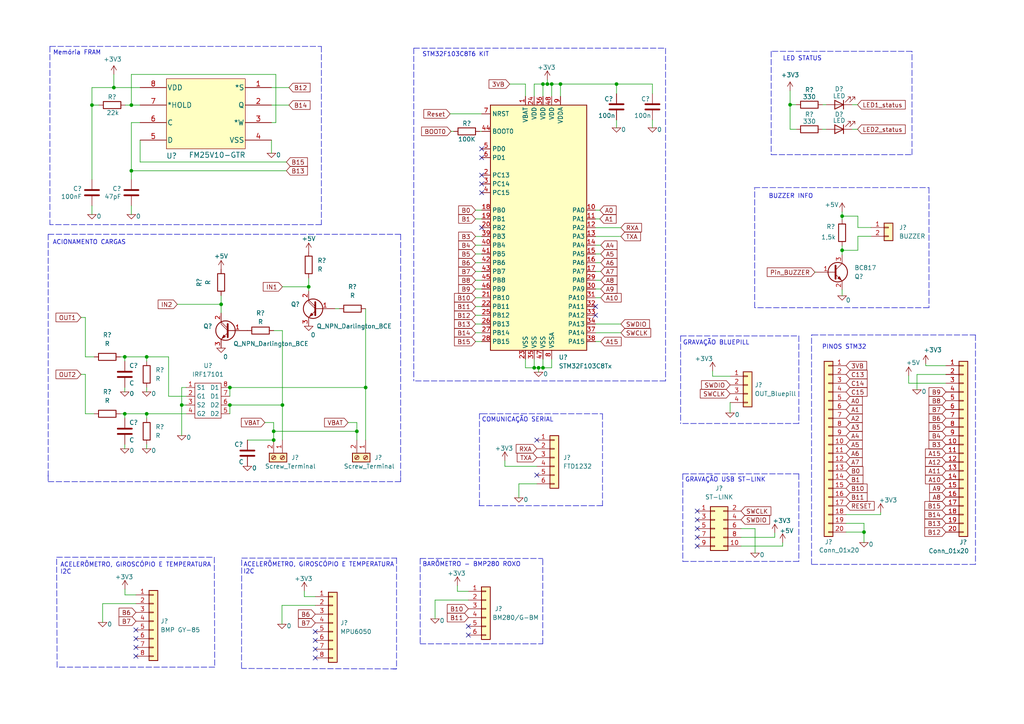
<source format=kicad_sch>
(kicad_sch (version 20211123) (generator eeschema)
  (paper "A4")
  (junction (at 157.48 24.384))
  (junction (at 178.816 24.384))
  (junction (at 157.48 106.68))
  (junction (at 79.375 127.635))
  (junction (at 36.195 120.015))
  (junction (at 66.675 117.475))
  (junction (at 160.02 24.384))
  (junction (at 38.1 49.53))
  (junction (at 33.02 25.4))
  (junction (at 66.675 112.395))
  (junction (at 162.56 24.384))
  (junction (at 42.545 103.505))
  (junction (at 103.505 125.095))
  (junction (at 81.915 117.475))
  (junction (at 154.94 106.68))
  (junction (at 52.705 117.475))
  (junction (at 79.375 125.095))
  (junction (at 26.67 30.48))
  (junction (at 36.195 103.505))
  (junction (at 106.045 112.395))
  (junction (at 38.1 30.48))
  (junction (at 42.545 120.015))
  (junction (at 229.1588 30.3784))
  (junction (at 244.2464 62.6872))
  (junction (at 156.21 106.68))
  (junction (at 64.135 88.265))
  (junction (at 250.5964 154.3304))
  (junction (at 158.75 24.384))
  (junction (at 244.2464 72.5932))
  (junction (at 89.535 83.185))
  (no_connect (at 139.7 43.18))
  (no_connect (at 139.7 45.72))
  (no_connect (at 139.7 50.8))
  (no_connect (at 139.7 53.34))
  (no_connect (at 139.7 55.88))
  (no_connect (at 155.702 137.795))
  (no_connect (at 39.4208 190.3222))
  (no_connect (at 39.4208 185.2422))
  (no_connect (at -37.1856 39.37))
  (no_connect (at 202.2348 150.7744))
  (no_connect (at 39.4208 182.7022))
  (no_connect (at 202.2348 155.8544))
  (no_connect (at 139.7 66.04))
  (no_connect (at 172.72 88.9))
  (no_connect (at 172.72 91.44))
  (no_connect (at 202.2348 158.3944))
  (no_connect (at 155.702 127.635))
  (no_connect (at 39.4208 187.7822))
  (no_connect (at 202.2348 153.3144))
  (no_connect (at 202.2348 148.2344))
  (no_connect (at 135.8392 181.6608))
  (no_connect (at 135.8392 184.2008))
  (no_connect (at 91.44 183.2102))
  (no_connect (at 91.44 190.8302))
  (no_connect (at 91.44 188.2902))
  (no_connect (at 91.44 185.7502))
  (wire (pts (xy 173.99 63.5) (xy 172.72 63.5)))
  (wire (pts (xy 250.5964 154.3304) (xy 250.5964 157.3784)))
  (wire (pts (xy 78.74 35.56) (xy 80.01 35.56)))
  (wire (pts (xy 39.4208 172.5422) (xy 36.2458 172.5422)))
  (polyline (pts (xy 231.6988 137.4394) (xy 231.6988 162.8394)))
  (wire (pts (xy 48.895 103.505) (xy 48.895 114.935)))
  (wire (pts (xy 160.02 24.384) (xy 162.56 24.384)))
  (wire (pts (xy 83.82 25.4) (xy 78.74 25.4)))
  (polyline (pts (xy 13.97 67.945) (xy 116.205 67.945)))
  (wire (pts (xy 132.6642 171.5008) (xy 132.6642 169.8498)))
  (wire (pts (xy 265.9634 108.6104) (xy 274.3454 108.6104)))
  (polyline (pts (xy 231.6988 162.8394) (xy 198.0438 162.8394)))
  (wire (pts (xy 24.765 120.015) (xy 24.765 108.585)))
  (wire (pts (xy 214.9348 155.8544) (xy 224.7138 155.8544)))
  (wire (pts (xy 137.922 99.06) (xy 139.7 99.06)))
  (wire (pts (xy 64.135 88.265) (xy 64.135 90.805)))
  (wire (pts (xy 244.2464 61.4172) (xy 244.2464 62.6872)))
  (wire (pts (xy 52.705 112.395) (xy 53.975 112.395)))
  (wire (pts (xy 236.3724 78.9432) (xy 236.6264 78.9432)))
  (wire (pts (xy 36.195 120.015) (xy 36.195 121.285)))
  (wire (pts (xy 80.01 35.56) (xy 80.01 21.59)))
  (wire (pts (xy 268.5034 105.5624) (xy 268.5034 106.0704)))
  (wire (pts (xy 146.431 135.255) (xy 146.431 133.604)))
  (wire (pts (xy 28.702 30.48) (xy 26.67 30.48)))
  (wire (pts (xy 34.925 103.505) (xy 36.195 103.505)))
  (wire (pts (xy 103.505 122.555) (xy 100.965 122.555)))
  (wire (pts (xy 40.64 46.99) (xy 40.64 40.64)))
  (wire (pts (xy 81.915 95.885) (xy 81.915 117.475)))
  (wire (pts (xy 42.545 128.905) (xy 42.545 130.175)))
  (wire (pts (xy 137.922 81.28) (xy 139.7 81.28)))
  (wire (pts (xy 248.8184 72.5932) (xy 244.2464 72.5932)))
  (polyline (pts (xy 62.2808 193.4972) (xy 16.5608 193.4972)))
  (wire (pts (xy 268.5034 106.0704) (xy 274.3454 106.0704)))
  (wire (pts (xy 38.1 62.23) (xy 38.1 59.69)))
  (wire (pts (xy 244.2464 85.8012) (xy 244.2464 84.0232)))
  (polyline (pts (xy 120.015 13.97) (xy 120.015 110.49)))
  (polyline (pts (xy 157.4292 186.7408) (xy 157.4292 161.9758)))
  (wire (pts (xy 146.431 135.255) (xy 155.702 135.255)))
  (polyline (pts (xy 235.3818 97.155) (xy 235.5342 97.155)))
  (wire (pts (xy 36.195 128.905) (xy 36.195 130.175)))
  (wire (pts (xy 247.1928 37.4904) (xy 248.7168 37.4904)))
  (polyline (pts (xy 139.065 146.685) (xy 139.065 120.015)))
  (polyline (pts (xy 193.04 13.97) (xy 193.04 110.49)))
  (wire (pts (xy 79.375 125.095) (xy 103.505 125.095)))
  (wire (pts (xy 160.02 106.68) (xy 160.02 104.14)))
  (wire (pts (xy 81.915 83.185) (xy 89.535 83.185)))
  (wire (pts (xy 66.675 117.475) (xy 66.675 120.015)))
  (wire (pts (xy 33.02 25.4) (xy 33.02 21.59)))
  (wire (pts (xy 64.135 85.725) (xy 64.135 88.265)))
  (wire (pts (xy 52.705 112.395) (xy 52.705 117.475)))
  (polyline (pts (xy 121.8692 186.7408) (xy 157.4292 186.7408)))
  (wire (pts (xy 178.816 24.384) (xy 178.816 27.178)))
  (wire (pts (xy 248.8184 68.5292) (xy 252.6284 68.5292)))
  (wire (pts (xy 245.3894 151.7904) (xy 250.5964 151.7904)))
  (wire (pts (xy 103.505 127.635) (xy 103.505 125.095)))
  (polyline (pts (xy 14.478 13.462) (xy 14.478 65.151)))
  (wire (pts (xy 137.922 93.98) (xy 139.7 93.98)))
  (polyline (pts (xy 116.205 67.945) (xy 116.205 138.43)))
  (wire (pts (xy 150.495 140.335) (xy 150.495 144.399)))
  (wire (pts (xy 206.6798 109.1184) (xy 211.7598 109.1184)))
  (wire (pts (xy 135.8392 174.0408) (xy 126.1872 174.0408)))
  (wire (pts (xy 248.8184 68.5292) (xy 248.8184 72.5932)))
  (polyline (pts (xy 114.9604 194.0052) (xy 70.0532 193.8782)))
  (wire (pts (xy 137.922 76.2) (xy 139.7 76.2)))
  (wire (pts (xy 214.9348 158.3944) (xy 226.9998 158.3944)))
  (wire (pts (xy 173.99 60.96) (xy 172.72 60.96)))
  (wire (pts (xy 23.495 92.075) (xy 24.765 92.075)))
  (wire (pts (xy 79.375 95.885) (xy 81.915 95.885)))
  (polyline (pts (xy 62.1538 161.6202) (xy 62.2808 193.4972)))
  (wire (pts (xy 83.82 30.48) (xy 78.74 30.48)))
  (wire (pts (xy 154.94 27.94) (xy 154.94 24.384)))
  (wire (pts (xy 38.1 21.59) (xy 38.1 30.48)))
  (wire (pts (xy 137.922 60.96) (xy 139.7 60.96)))
  (wire (pts (xy 36.195 103.505) (xy 36.195 104.775)))
  (wire (pts (xy 174.244 73.66) (xy 172.72 73.66)))
  (wire (pts (xy 214.9348 153.3144) (xy 218.9988 153.3144)))
  (wire (pts (xy 250.5964 154.3304) (xy 245.3894 154.3304)))
  (wire (pts (xy 147.828 24.384) (xy 152.4 24.384)))
  (wire (pts (xy 160.02 27.94) (xy 160.02 24.384)))
  (wire (pts (xy 91.44 175.5902) (xy 81.788 175.5902)))
  (polyline (pts (xy 231.6988 122.8344) (xy 197.4088 122.8344)))
  (polyline (pts (xy 139.7 120.015) (xy 174.752 120.015)))
  (wire (pts (xy 263.5504 111.1504) (xy 263.5504 108.9914)))
  (wire (pts (xy 137.922 96.52) (xy 139.7 96.52)))
  (wire (pts (xy -37.1856 31.75) (xy -46.8376 31.75)))
  (wire (pts (xy 174.244 83.82) (xy 172.72 83.82)))
  (wire (pts (xy 33.02 25.4) (xy 40.64 25.4)))
  (wire (pts (xy 137.922 71.12) (xy 139.7 71.12)))
  (wire (pts (xy 174.244 86.36) (xy 172.72 86.36)))
  (wire (pts (xy 137.922 78.74) (xy 139.7 78.74)))
  (wire (pts (xy 53.975 114.935) (xy 48.895 114.935)))
  (wire (pts (xy 172.72 68.58) (xy 180.086 68.58)))
  (wire (pts (xy 26.67 62.23) (xy 26.67 59.69)))
  (wire (pts (xy 23.495 108.585) (xy 24.765 108.585)))
  (polyline (pts (xy 197.4088 97.4344) (xy 231.6988 97.4344)))
  (wire (pts (xy 174.244 78.74) (xy 172.72 78.74)))
  (polyline (pts (xy 193.04 110.49) (xy 120.015 110.49)))
  (wire (pts (xy 174.244 81.28) (xy 172.72 81.28)))
  (polyline (pts (xy -54.2036 13.462) (xy -54.2036 46.482)))
  (wire (pts (xy 126.1872 174.0408) (xy 126.1872 179.5018)))
  (polyline (pts (xy 197.4088 97.4344) (xy 197.4088 122.8344)))
  (polyline (pts (xy 218.7448 54.4068) (xy 269.4432 54.4068)))
  (wire (pts (xy 33.02 25.4) (xy 26.67 25.4)))
  (wire (pts (xy 250.5964 151.7904) (xy 250.5964 154.3304)))
  (polyline (pts (xy 235.585 97.155) (xy 282.9306 97.155)))
  (wire (pts (xy 78.74 44.45) (xy 78.74 40.64)))
  (wire (pts (xy 79.375 127.635) (xy 71.755 127.635)))
  (wire (pts (xy 152.4 27.94) (xy 152.4 24.384)))
  (wire (pts (xy 162.56 24.384) (xy 178.816 24.384)))
  (wire (pts (xy 189.23 24.384) (xy 189.23 27.178)))
  (wire (pts (xy 52.705 117.475) (xy 53.975 117.475)))
  (wire (pts (xy 83.058 46.99) (xy 40.64 46.99)))
  (wire (pts (xy 52.705 117.475) (xy 52.705 126.365)))
  (wire (pts (xy 211.7598 116.7384) (xy 211.7598 119.7864)))
  (wire (pts (xy 238.5568 30.3784) (xy 239.5728 30.3784)))
  (wire (pts (xy 103.505 125.095) (xy 103.505 122.555)))
  (wire (pts (xy 38.1 52.07) (xy 38.1 49.53)))
  (wire (pts (xy 42.545 120.015) (xy 36.195 120.015)))
  (polyline (pts (xy 115.0112 194.0052) (xy 113.9444 194.0052)))
  (wire (pts (xy 174.244 71.12) (xy 172.72 71.12)))
  (wire (pts (xy 189.23 34.798) (xy 189.23 37.084)))
  (polyline (pts (xy 174.752 146.685) (xy 173.482 146.685)))
  (wire (pts (xy 157.48 24.384) (xy 158.75 24.384)))
  (polyline (pts (xy 70.104 162.3822) (xy 70.0532 193.8782)))
  (polyline (pts (xy 235.3818 163.703) (xy 235.3818 97.155)))
  (wire (pts (xy 263.5504 111.1504) (xy 274.3454 111.1504)))
  (polyline (pts (xy 282.9306 163.703) (xy 235.3818 163.703)))
  (wire (pts (xy 230.9368 30.3784) (xy 229.1588 30.3784)))
  (polyline (pts (xy 174.752 120.015) (xy 174.752 146.685)))
  (polyline (pts (xy 223.6724 44.8564) (xy 264.5156 44.8564)))
  (wire (pts (xy 83.058 49.53) (xy 38.1 49.53)))
  (wire (pts (xy 26.67 30.48) (xy 26.67 52.07)))
  (wire (pts (xy 88.265 173.0502) (xy 88.265 171.3992)))
  (wire (pts (xy 24.765 103.505) (xy 24.765 92.075)))
  (wire (pts (xy 137.922 83.82) (xy 139.7 83.82)))
  (wire (pts (xy 36.195 112.395) (xy 36.195 113.665)))
  (polyline (pts (xy 121.8692 161.9758) (xy 121.8692 186.7408)))
  (wire (pts (xy 178.816 24.384) (xy 189.23 24.384)))
  (wire (pts (xy 130.556 33.02) (xy 139.7 33.02)))
  (wire (pts (xy 174.244 76.2) (xy 172.72 76.2)))
  (wire (pts (xy 172.72 96.52) (xy 180.086 96.52)))
  (wire (pts (xy 38.1 35.56) (xy 40.64 35.56)))
  (wire (pts (xy 137.922 63.5) (xy 139.7 63.5)))
  (wire (pts (xy 157.48 104.14) (xy 157.48 106.68)))
  (wire (pts (xy 66.675 112.395) (xy 106.045 112.395)))
  (polyline (pts (xy -16.8656 13.462) (xy -16.8656 46.482)))
  (wire (pts (xy 229.1588 30.3784) (xy 229.1588 37.4904)))
  (wire (pts (xy 42.545 103.505) (xy 42.545 104.775)))
  (wire (pts (xy 89.535 83.185) (xy 89.535 84.455)))
  (wire (pts (xy 81.915 117.475) (xy 81.915 127.635)))
  (wire (pts (xy 156.21 106.68) (xy 156.21 107.95)))
  (polyline (pts (xy 223.6724 14.8844) (xy 223.6724 44.8564)))
  (polyline (pts (xy 115.0112 161.8488) (xy 115.0112 194.0052)))
  (wire (pts (xy 158.75 23.114) (xy 158.75 24.384)))
  (wire (pts (xy 248.8184 65.9892) (xy 248.8184 62.6872)))
  (wire (pts (xy -37.1856 29.21) (xy -40.3606 29.21)))
  (wire (pts (xy 137.922 73.66) (xy 139.7 73.66)))
  (wire (pts (xy 218.9988 153.3144) (xy 218.9988 160.4264)))
  (polyline (pts (xy 70.104 161.8742) (xy 115.062 161.8742)))
  (wire (pts (xy 39.4208 175.0822) (xy 29.7688 175.0822)))
  (polyline (pts (xy 116.205 139.7) (xy 116.205 138.43)))
  (wire (pts (xy 42.545 103.505) (xy 36.195 103.505)))
  (wire (pts (xy 244.2464 62.6872) (xy 244.2464 63.7032)))
  (polyline (pts (xy 264.5156 14.8844) (xy 223.6724 14.8844)))
  (wire (pts (xy 206.6798 107.5944) (xy 206.6798 109.1184)))
  (wire (pts (xy 26.67 25.4) (xy 26.67 30.48)))
  (polyline (pts (xy 14.478 13.462) (xy 93.218 13.462)))
  (wire (pts (xy 29.7688 175.0822) (xy 29.7688 180.5432)))
  (polyline (pts (xy 16.4338 162.1282) (xy 16.5608 193.4972)))
  (wire (pts (xy 42.545 103.505) (xy 48.895 103.505)))
  (polyline (pts (xy 120.015 13.97) (xy 193.04 13.97)))
  (wire (pts (xy 252.6284 65.9892) (xy 248.8184 65.9892)))
  (polyline (pts (xy 282.9306 97.155) (xy 282.9306 163.703)))
  (wire (pts (xy 155.702 140.335) (xy 150.495 140.335)))
  (polyline (pts (xy 174.752 146.685) (xy 138.938 146.685)))
  (wire (pts (xy 80.01 21.59) (xy 38.1 21.59)))
  (wire (pts (xy 42.545 120.015) (xy 42.545 121.285)))
  (wire (pts (xy -46.8376 31.75) (xy -46.8376 37.211)))
  (polyline (pts (xy 13.97 139.7) (xy 116.205 139.7)))
  (wire (pts (xy 154.94 24.384) (xy 157.48 24.384)))
  (wire (pts (xy 244.2464 72.5932) (xy 244.2464 73.8632)))
  (polyline (pts (xy 139.065 120.015) (xy 139.7 120.015)))
  (polyline (pts (xy 231.6988 97.4344) (xy 231.6988 122.8344)))
  (wire (pts (xy 230.9368 37.4904) (xy 229.1588 37.4904)))
  (wire (pts (xy 40.64 30.48) (xy 38.1 30.48)))
  (polyline (pts (xy 16.4338 161.6202) (xy 62.1538 161.6202)))
  (wire (pts (xy 81.788 175.5902) (xy 81.788 181.0512)))
  (polyline (pts (xy 13.97 67.945) (xy 13.97 138.176)))
  (wire (pts (xy 157.48 27.94) (xy 157.48 24.384)))
  (wire (pts (xy -40.3606 29.21) (xy -40.3606 27.559)))
  (wire (pts (xy 224.7138 155.8544) (xy 224.7138 154.5844)))
  (wire (pts (xy 27.305 120.015) (xy 24.765 120.015)))
  (wire (pts (xy 51.435 88.265) (xy 64.135 88.265)))
  (wire (pts (xy 238.5568 37.4904) (xy 239.5728 37.4904)))
  (wire (pts (xy 174.244 99.06) (xy 172.72 99.06)))
  (wire (pts (xy 178.816 34.798) (xy 178.816 37.084)))
  (wire (pts (xy 106.045 112.395) (xy 106.045 127.635)))
  (wire (pts (xy 137.922 88.9) (xy 139.7 88.9)))
  (wire (pts (xy 79.375 125.095) (xy 79.375 122.555)))
  (wire (pts (xy 157.48 106.68) (xy 160.02 106.68)))
  (wire (pts (xy 27.305 103.505) (xy 24.765 103.505)))
  (polyline (pts (xy 198.0438 137.4394) (xy 198.0438 162.8394)))
  (wire (pts (xy 53.975 120.015) (xy 42.545 120.015)))
  (wire (pts (xy 130.81 38.1) (xy 131.572 38.1)))
  (wire (pts (xy 38.1 49.53) (xy 38.1 35.56)))
  (wire (pts (xy 156.21 106.68) (xy 157.48 106.68)))
  (polyline (pts (xy 269.4432 89.2556) (xy 218.8972 89.2556)))
  (wire (pts (xy 137.922 91.44) (xy 139.7 91.44)))
  (wire (pts (xy 42.545 112.395) (xy 42.545 113.665)))
  (wire (pts (xy 91.44 173.0502) (xy 88.265 173.0502)))
  (polyline (pts (xy 121.8692 161.9758) (xy 157.4292 161.9758)))
  (wire (pts (xy 106.045 89.535) (xy 106.045 112.395)))
  (polyline (pts (xy 93.218 65.151) (xy 14.478 65.151)))
  (wire (pts (xy 89.535 80.645) (xy 89.535 83.185)))
  (wire (pts (xy 152.4 106.68) (xy 154.94 106.68)))
  (wire (pts (xy 137.922 68.58) (xy 139.7 68.58)))
  (wire (pts (xy 247.1928 30.3784) (xy 248.7168 30.3784)))
  (wire (pts (xy 34.925 120.015) (xy 36.195 120.015)))
  (wire (pts (xy 66.675 112.395) (xy 66.675 114.935)))
  (polyline (pts (xy 93.218 13.462) (xy 93.218 65.151)))
  (wire (pts (xy 66.675 117.475) (xy 81.915 117.475)))
  (wire (pts (xy 255.4224 148.6154) (xy 255.4224 149.2504)))
  (wire (pts (xy 226.9998 157.3784) (xy 226.9998 158.3944)))
  (wire (pts (xy 158.75 24.384) (xy 160.02 24.384)))
  (polyline (pts (xy 218.8972 89.2556) (xy 218.8972 54.6608)))
  (wire (pts (xy 248.8184 62.6872) (xy 244.2464 62.6872)))
  (wire (pts (xy 255.4224 149.2504) (xy 245.3894 149.2504)))
  (wire (pts (xy 172.72 93.98) (xy 180.086 93.98)))
  (polyline (pts (xy 198.0438 137.4394) (xy 231.6988 137.4394)))
  (polyline (pts (xy 264.5156 44.8564) (xy 264.5156 14.8844)))
  (polyline (pts (xy -16.8656 46.482) (xy -54.2036 46.482)))
  (wire (pts (xy 162.56 24.384) (xy 162.56 27.94)))
  (wire (pts (xy 137.922 86.36) (xy 139.7 86.36)))
  (wire (pts (xy 36.322 30.48) (xy 38.1 30.48)))
  (polyline (pts (xy 269.4432 54.4068) (xy 269.4432 89.2556)))
  (wire (pts (xy 154.94 104.14) (xy 154.94 106.68)))
  (polyline (pts (xy -54.4576 13.462) (xy -16.8656 13.462)))
  (wire (pts (xy 79.375 122.555) (xy 76.835 122.555)))
  (wire (pts (xy 97.155 89.535) (xy 98.425 89.535)))
  (wire (pts (xy 265.9634 108.6104) (xy 265.9634 113.0554)))
  (wire (pts (xy 152.4 104.14) (xy 152.4 106.68)))
  (wire (pts (xy 139.192 38.1) (xy 139.7 38.1)))
  (wire (pts (xy 244.2464 72.5932) (xy 244.2464 71.3232)))
  (wire (pts (xy 172.72 66.04) (xy 180.086 66.04)))
  (wire (pts (xy 135.8392 171.5008) (xy 132.6642 171.5008)))
  (wire (pts (xy 36.2458 172.5422) (xy 36.2458 170.8912)))
  (wire (pts (xy 229.1588 30.3784) (xy 229.1588 26.3144)))
  (wire (pts (xy 154.94 106.68) (xy 156.21 106.68)))
  (polyline (pts (xy 13.97 137.795) (xy 13.97 139.7)))
  (wire (pts (xy 79.375 127.635) (xy 79.375 125.095)))
  (text "GRAVAÇÃO BLUEPILL" (at 198.0438 100.2284 0) (effects (font (size 1.27 1.27)) (justify left bottom)))
  (text "GRAVAÇÃO USB ST-LINK" (at 198.6788 139.9794 0) (effects (font (size 1.27 1.27)) (justify left bottom)))
  (text "Memória FRAM" (at 15.3416 16.1036 0) (effects (font (size 1.27 1.27)) (justify left bottom)))
  (text "BARÔMETRO - BMP280 ROXO\n" (at 122.5042 164.5158 0) (effects (font (size 1.27 1.27)) (justify left bottom)))
  (text "MAGNETÔMETRO\nI2C\n" (at -53.1876 18.796 0) (effects (font (size 1.27 1.27)) (justify left bottom)))
  (text "ACELERÔMETRO, GIROSCÓPIO E TEMPERATURA\nI2C\n" (at 70.5612 166.624 0) (effects (font (size 1.27 1.27)) (justify left bottom)))
  (text "BUZZER INFO\n" (at 222.9104 57.7342 0) (effects (font (size 1.27 1.27)) (justify left bottom)))
  (text "COMUNICAÇÃO SERIAL\n" (at 139.7 122.555 0) (effects (font (size 1.27 1.27)) (justify left bottom)))
  (text "PINOS STM32" (at 238.379 101.473 0) (effects (font (size 1.27 1.27)) (justify left bottom)))
  (text "STM32F103C8T6 KIT\n" (at 122.4534 16.6116 0) (effects (font (size 1.27 1.27)) (justify left bottom)))
  (text "ACIONAMENTO CARGAS\n" (at 15.24 71.12 0) (effects (font (size 1.27 1.27)) (justify left bottom)))
  (text "LED STATUS" (at 226.9998 17.8054 0) (effects (font (size 1.27 1.27)) (justify left bottom)))
  (text "ACELERÔMETRO, GIROSCÓPIO E TEMPERATURA\nI2C\n" (at 17.4498 166.7002 0) (effects (font (size 1.27 1.27)) (justify left bottom)))
  (global_label "A5" (shape input) (at 245.3894 128.9304 0) (property "Intersheet References" "${INTERSHEET_REFS}" (effects hide)))
  (global_label "VBAT" (shape input) (at 100.965 122.555 180) (property "Intersheet References" "${INTERSHEET_REFS}" (effects hide)))
  (global_label "B13" (shape input) (at 137.922 93.98 180) (property "Intersheet References" "${INTERSHEET_REFS}" (effects hide)))
  (global_label "B4" (shape input) (at 137.922 71.12 180) (property "Intersheet References" "${INTERSHEET_REFS}" (effects hide)))
  (global_label "B9" (shape input) (at 274.3454 113.6904 180) (property "Intersheet References" "${INTERSHEET_REFS}" (effects hide)))
  (global_label "A6" (shape input) (at 174.244 76.2 0) (property "Intersheet References" "${INTERSHEET_REFS}" (effects hide)))
  (global_label "VBAT" (shape input) (at 76.835 122.555 180) (property "Intersheet References" "${INTERSHEET_REFS}" (effects hide)))
  (global_label "A9" (shape input) (at 274.3454 141.6304 180) (property "Intersheet References" "${INTERSHEET_REFS}" (effects hide)))
  (global_label "SWCLK" (shape input) (at 211.7598 114.1984 180) (property "Intersheet References" "${INTERSHEET_REFS}" (effects hide)))
  (global_label "Reset" (shape input) (at 130.556 33.02 180) (property "Intersheet References" "${INTERSHEET_REFS}" (effects hide)))
  (global_label "B15" (shape input) (at 137.922 99.06 180) (property "Intersheet References" "${INTERSHEET_REFS}" (effects hide)))
  (global_label "RESET" (shape input) (at 245.3894 146.7104 0) (property "Intersheet References" "${INTERSHEET_REFS}" (effects hide)))
  (global_label "A11" (shape input) (at 274.3454 136.5504 180) (property "Intersheet References" "${INTERSHEET_REFS}" (effects hide)))
  (global_label "B1" (shape input) (at 245.3894 139.0904 0) (property "Intersheet References" "${INTERSHEET_REFS}" (effects hide)))
  (global_label "A2" (shape input) (at 245.3894 121.3104 0) (property "Intersheet References" "${INTERSHEET_REFS}" (effects hide)))
  (global_label "TXA" (shape input) (at 180.086 68.58 0) (property "Intersheet References" "${INTERSHEET_REFS}" (effects hide)))
  (global_label "A6" (shape input) (at 245.3894 131.4704 0) (property "Intersheet References" "${INTERSHEET_REFS}" (effects hide)))
  (global_label "A12" (shape input) (at 274.3454 134.0104 180) (property "Intersheet References" "${INTERSHEET_REFS}" (effects hide)))
  (global_label "B10" (shape input) (at 137.922 86.36 180) (property "Intersheet References" "${INTERSHEET_REFS}" (effects hide)))
  (global_label "A1" (shape input) (at 173.99 63.5 0) (property "Intersheet References" "${INTERSHEET_REFS}" (effects hide)))
  (global_label "B3" (shape input) (at 274.3454 128.9304 180) (property "Intersheet References" "${INTERSHEET_REFS}" (effects hide)))
  (global_label "B12" (shape input) (at 274.3454 154.3304 180) (property "Intersheet References" "${INTERSHEET_REFS}" (effects hide)))
  (global_label "B13" (shape input) (at 274.3454 151.7904 180) (property "Intersheet References" "${INTERSHEET_REFS}" (effects hide)))
  (global_label "B6" (shape input) (at 137.922 76.2 180) (property "Intersheet References" "${INTERSHEET_REFS}" (effects hide)))
  (global_label "SWCLK" (shape input) (at 214.9348 148.2344 0) (property "Intersheet References" "${INTERSHEET_REFS}" (effects hide)))
  (global_label "A4" (shape input) (at 245.3894 126.3904 0) (property "Intersheet References" "${INTERSHEET_REFS}" (effects hide)))
  (global_label "A15" (shape input) (at 274.3454 131.4704 180) (property "Intersheet References" "${INTERSHEET_REFS}" (effects hide)))
  (global_label "SWDIO" (shape input) (at 180.086 93.98 0) (property "Intersheet References" "${INTERSHEET_REFS}" (effects hide)))
  (global_label "B4" (shape input) (at 274.3454 126.3904 180) (property "Intersheet References" "${INTERSHEET_REFS}" (effects hide)))
  (global_label "A4" (shape input) (at 174.244 71.12 0) (property "Intersheet References" "${INTERSHEET_REFS}" (effects hide)))
  (global_label "3VB" (shape input) (at 147.828 24.384 180) (property "Intersheet References" "${INTERSHEET_REFS}" (effects hide)))
  (global_label "A8" (shape input) (at 174.244 81.28 0) (property "Intersheet References" "${INTERSHEET_REFS}" (effects hide)))
  (global_label "B6" (shape input) (at 91.44 178.1302 180) (property "Intersheet References" "${INTERSHEET_REFS}" (effects hide)))
  (global_label "B6" (shape input) (at 39.4208 177.6222 180) (property "Intersheet References" "${INTERSHEET_REFS}" (effects hide)))
  (global_label "RXA" (shape input) (at 155.702 130.175 180) (property "Intersheet References" "${INTERSHEET_REFS}" (effects hide)))
  (global_label "A8" (shape input) (at 274.3454 144.1704 180) (property "Intersheet References" "${INTERSHEET_REFS}" (effects hide)))
  (global_label "A10" (shape input) (at 274.3454 139.0904 180) (property "Intersheet References" "${INTERSHEET_REFS}" (effects hide)))
  (global_label "B0" (shape input) (at 245.3894 136.5504 0) (property "Intersheet References" "${INTERSHEET_REFS}" (effects hide)))
  (global_label "B6" (shape input) (at -37.1856 34.29 180) (property "Intersheet References" "${INTERSHEET_REFS}" (effects hide)))
  (global_label "B13" (shape input) (at 83.058 49.53 0) (property "Intersheet References" "${INTERSHEET_REFS}" (effects hide)))
  (global_label "BOOT0" (shape input) (at 130.81 38.1 180) (property "Intersheet References" "${INTERSHEET_REFS}" (effects hide)))
  (global_label "B10" (shape input) (at 135.8392 176.5808 180) (property "Intersheet References" "${INTERSHEET_REFS}" (effects hide)))
  (global_label "B7" (shape input) (at 91.44 180.6702 180) (property "Intersheet References" "${INTERSHEET_REFS}" (effects hide)))
  (global_label "Pin_BUZZER" (shape input) (at 236.3724 78.9432 180) (property "Intersheet References" "${INTERSHEET_REFS}" (effects hide)))
  (global_label "B7" (shape input) (at 274.3454 118.7704 180) (property "Intersheet References" "${INTERSHEET_REFS}" (effects hide)))
  (global_label "LED2_status" (shape input) (at 248.7168 37.4904 0) (property "Intersheet References" "${INTERSHEET_REFS}" (effects hide)))
  (global_label "A0" (shape input) (at 173.99 60.96 0) (property "Intersheet References" "${INTERSHEET_REFS}" (effects hide)))
  (global_label "B8" (shape input) (at 274.3454 116.2304 180) (property "Intersheet References" "${INTERSHEET_REFS}" (effects hide)))
  (global_label "B10" (shape input) (at 245.3894 141.6304 0) (property "Intersheet References" "${INTERSHEET_REFS}" (effects hide)))
  (global_label "B7" (shape input) (at 39.4208 180.1622 180) (property "Intersheet References" "${INTERSHEET_REFS}" (effects hide)))
  (global_label "OUT1" (shape input) (at 23.495 92.075 180) (property "Intersheet References" "${INTERSHEET_REFS}" (effects hide)))
  (global_label "B1" (shape input) (at 137.922 63.5 180) (property "Intersheet References" "${INTERSHEET_REFS}" (effects hide)))
  (global_label "B0" (shape input) (at 137.922 60.96 180) (property "Intersheet References" "${INTERSHEET_REFS}" (effects hide)))
  (global_label "B6" (shape input) (at 274.3454 121.3104 180) (property "Intersheet References" "${INTERSHEET_REFS}" (effects hide)))
  (global_label "SWDIO" (shape input) (at 214.9348 150.7744 0) (property "Intersheet References" "${INTERSHEET_REFS}" (effects hide)))
  (global_label "B15" (shape input) (at 83.058 46.99 0) (property "Intersheet References" "${INTERSHEET_REFS}" (effects hide)))
  (global_label "3VB" (shape input) (at 245.3894 106.0704 0) (property "Intersheet References" "${INTERSHEET_REFS}" (effects hide)))
  (global_label "B11" (shape input) (at 135.8392 179.1208 180) (property "Intersheet References" "${INTERSHEET_REFS}" (effects hide)))
  (global_label "IN1" (shape input) (at 81.915 83.185 180) (property "Intersheet References" "${INTERSHEET_REFS}" (effects hide)))
  (global_label "A5" (shape input) (at 174.244 73.66 0) (property "Intersheet References" "${INTERSHEET_REFS}" (effects hide)))
  (global_label "A10" (shape input) (at 174.244 86.36 0) (property "Intersheet References" "${INTERSHEET_REFS}" (effects hide)))
  (global_label "C13" (shape input) (at 245.3894 108.6104 0) (property "Intersheet References" "${INTERSHEET_REFS}" (effects hide)))
  (global_label "OUT2" (shape input) (at 23.495 108.585 180) (property "Intersheet References" "${INTERSHEET_REFS}" (effects hide)))
  (global_label "SWDIO" (shape input) (at 211.7598 111.6584 180) (property "Intersheet References" "${INTERSHEET_REFS}" (effects hide)))
  (global_label "A0" (shape input) (at 245.3894 116.2304 0) (property "Intersheet References" "${INTERSHEET_REFS}" (effects hide)))
  (global_label "A9" (shape input) (at 174.244 83.82 0) (property "Intersheet References" "${INTERSHEET_REFS}" (effects hide)))
  (global_label "C15" (shape input) (at 245.3894 113.6904 0) (property "Intersheet References" "${INTERSHEET_REFS}" (effects hide)))
  (global_label "A3" (shape input) (at 245.3894 123.8504 0) (property "Intersheet References" "${INTERSHEET_REFS}" (effects hide)))
  (global_label "B7" (shape input) (at 137.922 78.74 180) (property "Intersheet References" "${INTERSHEET_REFS}" (effects hide)))
  (global_label "TXA" (shape input) (at 155.702 132.715 180) (property "Intersheet References" "${INTERSHEET_REFS}" (effects hide)))
  (global_label "A7" (shape input) (at 245.3894 134.0104 0) (property "Intersheet References" "${INTERSHEET_REFS}" (effects hide)))
  (global_label "B12" (shape input) (at 83.82 25.4 0) (property "Intersheet References" "${INTERSHEET_REFS}" (effects hide)))
  (global_label "LED1_status" (shape input) (at 248.7168 30.3784 0) (property "Intersheet References" "${INTERSHEET_REFS}" (effects hide)))
  (global_label "C14" (shape input) (at 245.3894 111.1504 0) (property "Intersheet References" "${INTERSHEET_REFS}" (effects hide)))
  (global_label "RXA" (shape input) (at 180.086 66.04 0) (property "Intersheet References" "${INTERSHEET_REFS}" (effects hide)))
  (global_label "B5" (shape input) (at 137.922 73.66 180) (property "Intersheet References" "${INTERSHEET_REFS}" (effects hide)))
  (global_label "A15" (shape input) (at 174.244 99.06 0) (property "Intersheet References" "${INTERSHEET_REFS}" (effects hide)))
  (global_label "IN2" (shape input) (at 51.435 88.265 180) (property "Intersheet References" "${INTERSHEET_REFS}" (effects hide)))
  (global_label "B11" (shape input) (at 245.3894 144.1704 0) (property "Intersheet References" "${INTERSHEET_REFS}" (effects hide)))
  (global_label "A7" (shape input) (at 174.244 78.74 0) (property "Intersheet References" "${INTERSHEET_REFS}" (effects hide)))
  (global_label "B8" (shape input) (at 137.922 81.28 180) (property "Intersheet References" "${INTERSHEET_REFS}" (effects hide)))
  (global_label "B7" (shape input) (at -37.1856 36.83 180) (property "Intersheet References" "${INTERSHEET_REFS}" (effects hide)))
  (global_label "B15" (shape input) (at 274.3454 146.7104 180) (property "Intersheet References" "${INTERSHEET_REFS}" (effects hide)))
  (global_label "B11" (shape input) (at 137.922 88.9 180) (property "Intersheet References" "${INTERSHEET_REFS}" (effects hide)))
  (global_label "B3" (shape input) (at 137.922 68.58 180) (property "Intersheet References" "${INTERSHEET_REFS}" (effects hide)))
  (global_label "SWCLK" (shape input) (at 180.086 96.52 0) (property "Intersheet References" "${INTERSHEET_REFS}" (effects hide)))
  (global_label "B9" (shape input) (at 137.922 83.82 180) (property "Intersheet References" "${INTERSHEET_REFS}" (effects hide)))
  (global_label "B14" (shape input) (at 83.82 30.48 0) (property "Intersheet References" "${INTERSHEET_REFS}" (effects hide)))
  (global_label "B14" (shape input) (at 137.922 96.52 180) (property "Intersheet References" "${INTERSHEET_REFS}" (effects hide)))
  (global_label "B14" (shape input) (at 274.3454 149.2504 180) (property "Intersheet References" "${INTERSHEET_REFS}" (effects hide)))
  (global_label "A1" (shape input) (at 245.3894 118.7704 0) (property "Intersheet References" "${INTERSHEET_REFS}" (effects hide)))
  (global_label "B12" (shape input) (at 137.922 91.44 180) (property "Intersheet References" "${INTERSHEET_REFS}" (effects hide)))
  (global_label "B5" (shape input) (at 274.3454 123.8504 180) (property "Intersheet References" "${INTERSHEET_REFS}" (effects hide)))
  (symbol (lib_id "pspice:0") (at 78.74 44.45 0) (unit 1)
    (property "Reference" "#GND?" (effects hide))
    (property "Value" "0" (at 80.772 44.958 0))
  )
  (symbol (lib_id "Device:R") (at 75.565 95.885 90) (unit 1)
    (property "Reference" "R?" (at 75.565 90.805 90))
    (property "Value" "R" (at 75.565 93.345 90))
  )
  (symbol (lib_id "power:+3.3V") (at 146.431 133.604 0) (unit 1)
    (property "Reference" "#PWR?" (effects hide))
    (property "Value" "+3.3V" (at 146.177 130.048 0))
  )
  (symbol (lib_id "power:+5V") (at 64.135 78.105 0) (unit 1)
    (property "Reference" "#PWR?" (effects hide))
    (property "Value" "+5V" (at 64.135 74.295 0))
  )
  (symbol (lib_id "power:+3.3V") (at 268.5034 105.5624 0) (unit 1)
    (property "Reference" "#PWR?" (effects hide))
    (property "Value" "+3.3V" (at 270.5354 101.4984 0))
  )
  (symbol (lib_id "power:+3.3V") (at -40.3606 27.559 0) (unit 1)
    (property "Reference" "#PWR?" (effects hide))
    (property "Value" "+3.3V" (at -40.6146 24.003 0))
  )
  (symbol (lib_id "Device:R") (at 102.235 89.535 90) (unit 1)
    (property "Reference" "R?" (at 102.235 83.185 90))
    (property "Value" "R" (at 102.235 85.725 90))
  )
  (symbol (lib_id "pspice:0") (at 89.535 94.615 0) (unit 1)
    (property "Reference" "#GND?" (effects hide))
    (property "Value" "0" (at 90.805 97.155 0))
  )
  (symbol (lib_id "pspice:0") (at 150.495 144.399 0) (unit 1)
    (property "Reference" "#GND?" (effects hide))
    (property "Value" "0" (at 152.527 144.907 0))
  )
  (symbol (lib_id "Device:C") (at 26.67 55.88 0) (mirror y) (unit 1)
    (property "Reference" "C?" (at 23.749 54.7116 0) (effects (justify left)))
    (property "Value" "100nF" (at 23.749 57.023 0) (effects (justify left)))
    (property "Footprint" "Capacitor_SMD:C_0603_1608Metric_Pad1.08x0.95mm_HandSolder" (effects hide))
  )
  (symbol (lib_id "Device:R") (at 32.512 30.48 90) (mirror x) (unit 1)
    (property "Reference" "R?" (at 32.512 28.1432 90))
    (property "Value" "22k" (at 32.7152 32.7152 90))
    (property "Footprint" "Resistor_SMD:R_0603_1608Metric_Pad0.98x0.95mm_HandSolder" (effects hide))
  )
  (symbol (lib_id "power:+5V") (at 89.535 73.025 0) (unit 1)
    (property "Reference" "#PWR?" (effects hide))
    (property "Value" "+5V" (at 89.535 69.215 0))
  )
  (symbol (lib_id "HLI-M-rescue:FM25V10-GTR-2021-05-23_22-45-04") (at 59.69 33.02 0) (mirror y) (unit 1)
    (property "Reference" "U?" (at 49.784 45.212 0) (effects (font (size 1.524 1.524))))
    (property "Value" "FM25V10-GTR" (at 62.992 44.958 0) (effects (font (size 1.524 1.524))))
    (property "Footprint" "4:FM25V10-GTR" (effects hide))
  )
  (symbol (lib_id "Connector_Generic:Conn_01x05") (at -32.1056 34.29 0) (unit 1)
    (property "Reference" "J?" (at -29.9466 33.0199 0) (effects (justify left)))
    (property "Value" "HMC5883L" (at -29.9466 35.5599 0) (effects (justify left)))
  )
  (symbol (lib_id "power:+3.3V") (at 88.265 171.3992 0) (unit 1)
    (property "Reference" "#PWR?" (effects hide))
    (property "Value" "+3.3V" (at 88.011 167.8432 0))
  )
  (symbol (lib_id "Device:C") (at 36.195 125.095 0) (unit 1)
    (property "Reference" "C?" (at 37.465 122.555 0) (effects (justify left)))
    (property "Value" "C" (at 37.465 127.635 0) (effects (justify left)))
  )
  (symbol (lib_id "pspice:0") (at -46.8376 37.211 0) (unit 1)
    (property "Reference" "#GND?" (effects hide))
    (property "Value" "0" (at -44.8056 37.719 0))
  )
  (symbol (lib_id "pspice:0") (at 250.5964 157.3784 0) (unit 1)
    (property "Reference" "#GND?" (effects hide))
    (property "Value" "0" (at 252.6284 157.8864 0))
  )
  (symbol (lib_id "Connector_Generic:Conn_01x02") (at 257.7084 65.9892 0) (unit 1)
    (property "Reference" "J?" (at 260.7564 65.9891 0) (effects (justify left)))
    (property "Value" "BUZZER" (at 260.7564 68.5291 0) (effects (justify left)))
  )
  (symbol (lib_id "Device:R") (at 135.382 38.1 90) (unit 1)
    (property "Reference" "R?" (at 135.382 35.814 90))
    (property "Value" "100K" (at 135.382 40.386 90))
  )
  (symbol (lib_id "Device:C") (at 71.755 131.445 0) (unit 1)
    (property "Reference" "C?" (at 67.945 128.905 0) (effects (justify left)))
    (property "Value" "C" (at 69.215 133.985 0) (effects (justify left)))
  )
  (symbol (lib_id "power:+3.3V") (at 132.6642 169.8498 0) (unit 1)
    (property "Reference" "#PWR?" (effects hide))
    (property "Value" "+3.3V" (at 132.4102 166.2938 0))
  )
  (symbol (lib_id "Device:R") (at 31.115 120.015 90) (unit 1)
    (property "Reference" "R?" (at 31.115 113.665 90))
    (property "Value" "R" (at 31.115 116.205 90))
  )
  (symbol (lib_id "Connector_Generic:Conn_01x06") (at 160.782 132.715 0) (unit 1)
    (property "Reference" "J?" (at 163.322 132.7149 0) (effects (justify left)))
    (property "Value" "FTD1232" (at 163.322 135.2549 0) (effects (justify left)))
  )
  (symbol (lib_id "Device:C") (at 189.23 30.988 0) (unit 1)
    (property "Reference" "C?" (at 185.928 28.702 0) (effects (justify left)))
    (property "Value" "100n" (at 183.896 33.528 0) (effects (justify left)))
  )
  (symbol (lib_id "pspice:0") (at 64.135 100.965 0) (unit 1)
    (property "Reference" "#GND?" (effects hide))
    (property "Value" "0" (at 65.405 103.505 0))
  )
  (symbol (lib_id "pspice:0") (at 211.7598 119.7864 0) (unit 1)
    (property "Reference" "#GND?" (effects hide))
    (property "Value" "0" (at 213.7918 120.2944 0))
  )
  (symbol (lib_id "pspice:0") (at 42.545 130.175 0) (unit 1)
    (property "Reference" "#GND?" (effects hide))
    (property "Value" "0" (at 44.577 130.683 0))
  )
  (symbol (lib_id "power:+3.3V") (at 36.2458 170.8912 0) (unit 1)
    (property "Reference" "#PWR?" (effects hide))
    (property "Value" "+3.3V" (at 35.9918 167.3352 0))
  )
  (symbol (lib_id "Device:R") (at 234.7468 37.4904 90) (unit 1)
    (property "Reference" "R?" (at 234.7468 33.1724 90))
    (property "Value" "330" (at 234.7468 35.2044 90))
  )
  (symbol (lib_id "pspice:0") (at 218.9988 160.4264 0) (unit 1)
    (property "Reference" "#GND?" (effects hide))
    (property "Value" "0" (at 221.0308 160.9344 0))
  )
  (symbol (lib_id "power:+5V") (at 226.9998 157.3784 0) (unit 1)
    (property "Reference" "#PWR?" (effects hide))
    (property "Value" "+5V" (at 226.1108 153.9494 0) (effects (justify left)))
  )
  (symbol (lib_id "pspice:0") (at 71.755 135.255 0) (unit 1)
    (property "Reference" "#GND?" (effects hide))
    (property "Value" "0" (at 73.787 135.763 0))
  )
  (symbol (lib_id "Connector_Generic:Conn_02x05_Odd_Even") (at 207.3148 153.3144 0) (unit 1)
    (property "Reference" "J?" (at 208.5848 141.6304 0))
    (property "Value" "ST-LINK" (at 208.5848 144.1704 0))
  )
  (symbol (lib_id "Connector:Screw_Terminal_01x02") (at 106.045 132.715 270) (unit 1)
    (property "Reference" "J?" (at 108.585 132.715 90) (effects (justify left)))
    (property "Value" "Screw_Terminal" (at 99.695 135.255 90) (effects (justify left)))
  )
  (symbol (lib_id "MCU_ST_STM32F1:STM32F103C8Tx") (at 157.48 66.04 0) (unit 1)
    (property "Reference" "U?" (at 162.0394 103.632 0) (effects (justify left)))
    (property "Value" "STM32F103C8Tx" (at 162.0394 106.172 0) (effects (justify left)))
    (property "Footprint" "Package_QFP:LQFP-48_7x7mm_P0.5mm" (effects hide))
    (property "Datasheet" "http://www.st.com/st-web-ui/static/active/en/resource/technical/document/datasheet/CD00161566.pdf" (effects hide))
  )
  (symbol (lib_id "Device:R") (at 89.535 76.835 180) (unit 1)
    (property "Reference" "R?" (at 92.075 75.5649 0) (effects (justify right)))
    (property "Value" "R" (at 92.075 78.1049 0) (effects (justify right)))
  )
  (symbol (lib_id "Connector_Generic:Conn_01x08") (at 44.5008 180.1622 0) (unit 1)
    (property "Reference" "J?" (at 46.5328 180.1621 0) (effects (justify left)))
    (property "Value" "BMP GY-85" (at 46.5328 182.7021 0) (effects (justify left)))
  )
  (symbol (lib_id "pspice:0") (at 42.545 113.665 0) (unit 1)
    (property "Reference" "#GND?" (effects hide))
    (property "Value" "0" (at 44.577 114.173 0))
  )
  (symbol (lib_id "power:+3.3V") (at 224.7138 154.5844 0) (unit 1)
    (property "Reference" "#PWR?" (effects hide))
    (property "Value" "+3.3V" (at 226.7458 151.0284 0))
  )
  (symbol (lib_id "Device:Q_NPN_Darlington_BCE") (at 66.675 95.885 0) (mirror y) (unit 1)
    (property "Reference" "Q?" (at 61.595 94.6149 0) (effects (justify left)))
    (property "Value" "Q_NPN_Darlington_BCE" (at 89.535 99.695 0) (effects (justify left)))
  )
  (symbol (lib_id "Connector_Generic:Conn_01x08") (at 96.52 180.6702 0) (unit 1)
    (property "Reference" "J?" (at 98.679 180.6701 0) (effects (justify left)))
    (property "Value" "MPU6050" (at 98.679 183.2101 0) (effects (justify left)))
  )
  (symbol (lib_id "pspice:0") (at 36.195 113.665 0) (unit 1)
    (property "Reference" "#GND?" (effects hide))
    (property "Value" "0" (at 38.227 114.173 0))
  )
  (symbol (lib_id "Connector_Generic:Conn_01x20") (at 279.4254 128.9304 0) (unit 1)
    (property "Reference" "J?" (at 278.2316 157.2514 0) (effects (justify left)))
    (property "Value" "Conn_01x20" (at 269.2908 159.7914 0) (effects (justify left)))
  )
  (symbol (lib_id "IRF:IRF17101") (at 60.325 116.205 0) (unit 1)
    (property "Reference" "U?" (at 60.325 106.045 0))
    (property "Value" "IRF17101" (at 60.325 108.585 0))
  )
  (symbol (lib_id "Device:R") (at 244.2464 67.5132 180) (unit 1)
    (property "Reference" "R?" (at 239.6744 65.7352 0) (effects (justify right)))
    (property "Value" "1,5k" (at 238.1504 68.7832 0) (effects (justify right)))
  )
  (symbol (lib_id "Device:C") (at 36.195 108.585 0) (unit 1)
    (property "Reference" "C?" (at 37.465 106.045 0) (effects (justify left)))
    (property "Value" "C" (at 37.465 111.125 0) (effects (justify left)))
  )
  (symbol (lib_id "power:+5V") (at 244.2464 61.4172 0) (unit 1)
    (property "Reference" "#PWR?" (effects hide))
    (property "Value" "+5V" (at 239.1664 59.3852 0) (effects (justify left)))
  )
  (symbol (lib_id "Connector:Screw_Terminal_01x02") (at 81.915 132.715 270) (unit 1)
    (property "Reference" "J?" (at 84.455 132.715 90) (effects (justify left)))
    (property "Value" "Screw_Terminal" (at 76.835 135.255 90) (effects (justify left)))
  )
  (symbol (lib_id "pspice:0") (at 244.2464 85.8012 0) (unit 1)
    (property "Reference" "#GND?" (effects hide))
    (property "Value" "0" (at 246.0244 87.0712 0))
  )
  (symbol (lib_id "Device:R") (at 42.545 125.095 0) (unit 1)
    (property "Reference" "R?" (at 45.085 123.8249 0) (effects (justify left)))
    (property "Value" "R" (at 45.085 126.3649 0) (effects (justify left)))
  )
  (symbol (lib_id "pspice:0") (at 26.67 62.23 0) (unit 1)
    (property "Reference" "#GND?" (effects hide))
    (property "Value" "0" (at 28.702 62.738 0))
  )
  (symbol (lib_id "Device:R") (at 64.135 81.915 0) (unit 1)
    (property "Reference" "R?" (at 57.785 81.915 90))
    (property "Value" "R" (at 60.325 81.915 90))
  )
  (symbol (lib_id "Transistor_BJT:BC817") (at 241.7064 78.9432 0) (unit 1)
    (property "Reference" "Q?" (at 247.8024 80.2133 0) (effects (justify left)))
    (property "Value" "BC817" (at 247.8024 77.6733 0) (effects (justify left)))
    (property "Footprint" "Package_TO_SOT_SMD:SOT-23" (effects hide))
    (property "Datasheet" "https://www.onsemi.com/pub/Collateral/BC818-D.pdf" (effects hide))
  )
  (symbol (lib_id "Device:C") (at 38.1 55.88 0) (mirror y) (unit 1)
    (property "Reference" "C?" (at 35.179 54.7116 0) (effects (justify left)))
    (property "Value" "47pF" (at 35.179 57.023 0) (effects (justify left)))
    (property "Footprint" "Capacitor_SMD:C_0603_1608Metric_Pad1.08x0.95mm_HandSolder" (effects hide))
  )
  (symbol (lib_id "pspice:0") (at 36.195 130.175 0) (unit 1)
    (property "Reference" "#GND?" (effects hide))
    (property "Value" "0" (at 38.227 130.683 0))
  )
  (symbol (lib_id "power:+3.3V") (at 33.02 21.59 0) (mirror y) (unit 1)
    (property "Reference" "#PWR?" (effects hide))
    (property "Value" "+3.3V" (at 32.639 17.1958 0))
  )
  (symbol (lib_id "Device:Q_NPN_Darlington_BCE") (at 92.075 89.535 0) (mirror y) (unit 1)
    (property "Reference" "Q?" (at 86.995 88.2649 0) (effects (justify left)))
    (property "Value" "Q_NPN_Darlington_BCE" (at 113.665 94.615 0) (effects (justify left)))
  )
  (symbol (lib_id "power:+5V") (at 263.5504 108.9914 0) (unit 1)
    (property "Reference" "#PWR?" (effects hide))
    (property "Value" "+5V" (at 262.7884 105.1814 0) (effects (justify left)))
  )
  (symbol (lib_id "pspice:0") (at 126.1872 179.5018 0) (unit 1)
    (property "Reference" "#GND?" (effects hide))
    (property "Value" "0" (at 128.2192 180.0098 0))
  )
  (symbol (lib_id "Device:LED") (at 243.3828 37.4904 180) (unit 1)
    (property "Reference" "D?" (at 243.3828 33.1724 0))
    (property "Value" "LED" (at 243.3828 34.9504 0))
  )
  (symbol (lib_id "Device:R") (at 234.7468 30.3784 90) (unit 1)
    (property "Reference" "R?" (at 234.7468 26.0604 90))
    (property "Value" "330" (at 234.7468 28.0924 90))
  )
  (symbol (lib_id "Connector_Generic:Conn_01x06") (at 140.9192 176.5808 0) (unit 1)
    (property "Reference" "J?" (at 143.4592 176.5807 0) (effects (justify left)))
    (property "Value" "BM280/G-BM" (at 142.8242 179.1208 0) (effects (justify left)))
  )
  (symbol (lib_id "pspice:0") (at 29.7688 180.5432 0) (unit 1)
    (property "Reference" "#GND?" (effects hide))
    (property "Value" "0" (at 31.8008 181.0512 0))
  )
  (symbol (lib_id "pspice:0") (at 81.788 181.0512 0) (unit 1)
    (property "Reference" "#GND?" (effects hide))
    (property "Value" "0" (at 83.82 181.5592 0))
  )
  (symbol (lib_id "Device:C") (at 178.816 30.988 0) (unit 1)
    (property "Reference" "C?" (at 175.26 28.702 0) (effects (justify left)))
    (property "Value" "100n" (at 173.482 33.528 0) (effects (justify left)))
  )
  (symbol (lib_id "pspice:0") (at 38.1 62.23 0) (unit 1)
    (property "Reference" "#GND?" (effects hide))
    (property "Value" "0" (at 40.132 62.738 0))
  )
  (symbol (lib_id "pspice:0") (at 265.9634 113.0554 0) (unit 1)
    (property "Reference" "#GND?" (effects hide))
    (property "Value" "0" (at 267.9954 113.5634 0))
  )
  (symbol (lib_id "Device:R") (at 31.115 103.505 90) (unit 1)
    (property "Reference" "R?" (at 31.115 97.155 90))
    (property "Value" "R" (at 31.115 99.695 90))
  )
  (symbol (lib_id "Device:R") (at 42.545 108.585 0) (unit 1)
    (property "Reference" "R?" (at 45.085 107.3149 0) (effects (justify left)))
    (property "Value" "R" (at 45.085 109.8549 0) (effects (justify left)))
  )
  (symbol (lib_id "power:+3.3V") (at 255.4224 148.6154 0) (mirror y) (unit 1)
    (property "Reference" "#PWR?" (effects hide))
    (property "Value" "+3.3V" (at 257.5814 145.0594 0))
  )
  (symbol (lib_id "power:+3.3V") (at 229.1588 26.3144 0) (unit 1)
    (property "Reference" "#PWR?" (effects hide))
    (property "Value" "+3.3V" (at 229.1588 21.7424 0))
  )
  (symbol (lib_id "power:+3.3V") (at 206.6798 107.5944 0) (unit 1)
    (property "Reference" "#PWR?" (effects hide))
    (property "Value" "+3.3V" (at 204.1398 104.0384 0))
  )
  (symbol (lib_id "pspice:0") (at 156.21 107.95 0) (unit 1)
    (property "Reference" "#GND?" (effects hide))
    (property "Value" "0" (at 158.242 108.458 0))
  )
  (symbol (lib_id "Device:LED") (at 243.3828 30.3784 180) (unit 1)
    (property "Reference" "D?" (at 243.3828 25.8064 0))
    (property "Value" "LED" (at 243.3828 27.8384 0))
  )
  (symbol (lib_id "power:+3.3V") (at 158.75 23.114 0) (unit 1)
    (property "Reference" "#PWR?" (effects hide))
    (property "Value" "+3.3V" (at 158.496 19.558 0))
  )
  (symbol (lib_id "pspice:0") (at 52.705 126.365 0) (unit 1)
    (property "Reference" "#GND?" (effects hide))
    (property "Value" "0" (at 54.737 126.873 0))
  )
  (symbol (lib_id "Connector_Generic:Conn_01x20") (at 240.3094 128.9304 0) (mirror y) (unit 1)
    (property "Reference" "J?" (at 240.3348 157.2006 0))
    (property "Value" "Conn_01x20" (at 243.3828 159.5882 0))
  )
  (symbol (lib_id "Connector_Generic:Conn_01x04") (at 216.8398 111.6584 0) (unit 1)
    (property "Reference" "J?" (at 218.8718 111.6583 0) (effects (justify left)))
    (property "Value" "OUT_Bluepill" (at 218.8718 114.1983 0) (effects (justify left)))
  )
  (symbol (lib_id "pspice:0") (at 178.816 37.084 0) (unit 1)
    (property "Reference" "#GND?" (effects hide))
    (property "Value" "0" (at 180.848 37.592 0))
  )
  (symbol (lib_id "pspice:0") (at 189.23 37.084 0) (unit 1)
    (property "Reference" "#GND?" (effects hide))
    (property "Value" "0" (at 191.262 37.592 0))
  )
)
</source>
